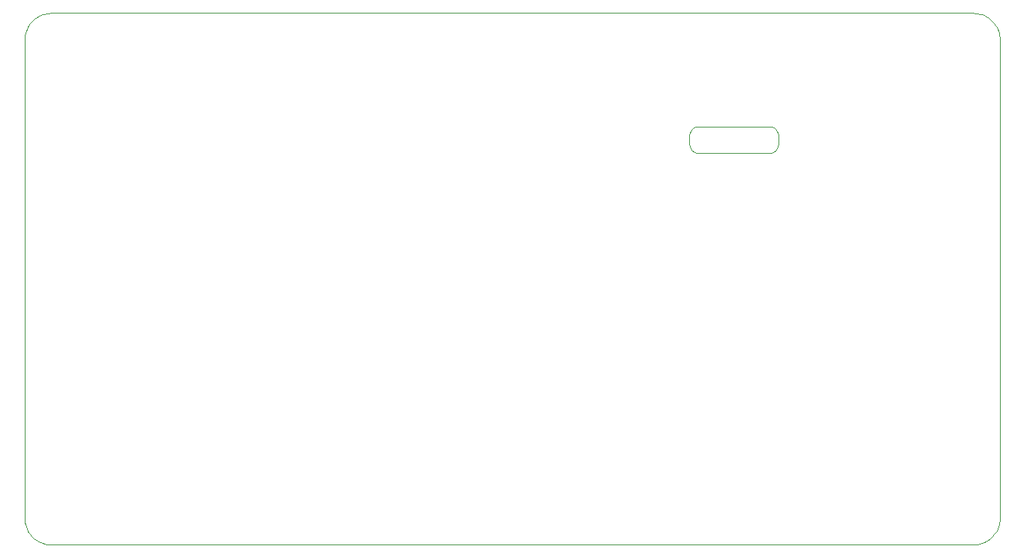
<source format=gm1>
G04*
G04 #@! TF.GenerationSoftware,Altium Limited,Altium Designer,19.1.8 (144)*
G04*
G04 Layer_Color=16711935*
%FSLAX44Y44*%
%MOMM*%
G71*
G01*
G75*
%ADD17C,0.1000*%
%ADD213C,0.0254*%
G36*
X699783Y220960D02*
D01*
D02*
G37*
D17*
X840000Y442000D02*
X842588Y442341D01*
X845000Y443340D01*
X847071Y444929D01*
X848660Y447000D01*
X849659Y449412D01*
X850000Y452000D01*
Y462000D02*
X849659Y464588D01*
X848660Y467000D01*
X847071Y469071D01*
X845000Y470660D01*
X842588Y471659D01*
X840000Y472000D01*
X760000D02*
X757412Y471659D01*
X755000Y470660D01*
X752929Y469071D01*
X751340Y467000D01*
X750341Y464588D01*
X750000Y462000D01*
Y452000D02*
X750341Y449412D01*
X751340Y447000D01*
X752929Y444929D01*
X755000Y443340D01*
X757412Y442341D01*
X760000Y442000D01*
X850000Y452000D02*
Y462000D01*
X750000Y452000D02*
Y462000D01*
X760000Y442000D02*
X840000D01*
X760000Y472000D02*
X840000D01*
D213*
X1070000Y0D02*
X1072477Y103D01*
X1074938Y409D01*
X1077365Y918D01*
X1079741Y1626D01*
X1082051Y2527D01*
X1084278Y3616D01*
X1086408Y4885D01*
X1088426Y6326D01*
X1090318Y7928D01*
X1092072Y9682D01*
X1093674Y11574D01*
X1095115Y13592D01*
X1096384Y15722D01*
X1097473Y17949D01*
X1098374Y20259D01*
X1099082Y22636D01*
X1099591Y25062D01*
X1099898Y27523D01*
X1100000Y30000D01*
X30000Y600000D02*
X27523Y599898D01*
X25062Y599591D01*
X22635Y599082D01*
X20259Y598374D01*
X17949Y597473D01*
X15722Y596384D01*
X13592Y595115D01*
X11574Y593674D01*
X9682Y592072D01*
X7928Y590318D01*
X6326Y588426D01*
X4885Y586409D01*
X3616Y584278D01*
X2527Y582051D01*
X1626Y579741D01*
X918Y577365D01*
X409Y574938D01*
X103Y572477D01*
X0Y570000D01*
X1100000D02*
X1099898Y572477D01*
X1099591Y574938D01*
X1099082Y577365D01*
X1098375Y579741D01*
X1097473Y582051D01*
X1096384Y584278D01*
X1095115Y586409D01*
X1093674Y588426D01*
X1092072Y590318D01*
X1090319Y592072D01*
X1088426Y593674D01*
X1086408Y595115D01*
X1084278Y596384D01*
X1082051Y597473D01*
X1079741Y598374D01*
X1077365Y599082D01*
X1074938Y599591D01*
X1072477Y599898D01*
X1070000Y600000D01*
X0Y30000D02*
X103Y27523D01*
X409Y25062D01*
X918Y22635D01*
X1626Y20259D01*
X2527Y17949D01*
X3616Y15722D01*
X4885Y13592D01*
X6326Y11574D01*
X7928Y9682D01*
X9682Y7928D01*
X11574Y6326D01*
X13592Y4885D01*
X15722Y3616D01*
X17949Y2527D01*
X20259Y1626D01*
X22636Y918D01*
X25062Y409D01*
X27523Y103D01*
X30000Y0D01*
Y-0D02*
X1070000Y0D01*
X-0Y30000D02*
X0Y570000D01*
X30000Y600000D02*
X1070000Y600000D01*
X1100000Y570000D02*
X1100000Y30000D01*
M02*

</source>
